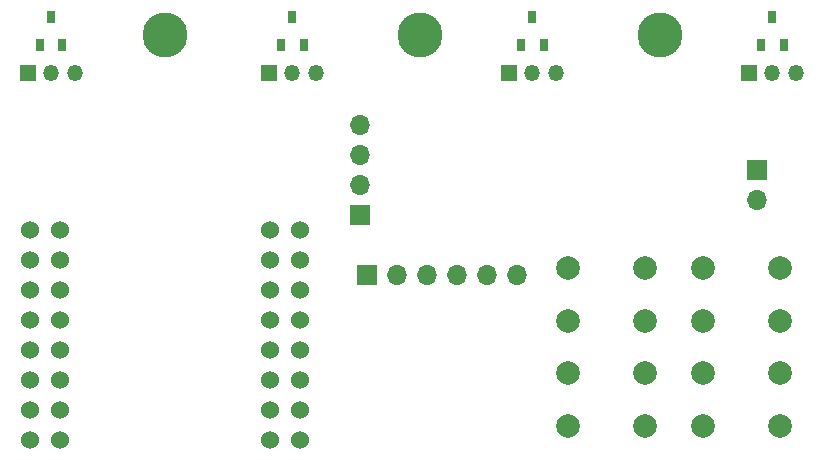
<source format=gbr>
%TF.GenerationSoftware,KiCad,Pcbnew,(6.0.7)*%
%TF.CreationDate,2023-02-03T07:15:45-06:00*%
%TF.ProjectId,LASK4,4c41534b-342e-46b6-9963-61645f706362,rev?*%
%TF.SameCoordinates,Original*%
%TF.FileFunction,Soldermask,Top*%
%TF.FilePolarity,Negative*%
%FSLAX46Y46*%
G04 Gerber Fmt 4.6, Leading zero omitted, Abs format (unit mm)*
G04 Created by KiCad (PCBNEW (6.0.7)) date 2023-02-03 07:15:45*
%MOMM*%
%LPD*%
G01*
G04 APERTURE LIST*
%ADD10C,3.800000*%
%ADD11R,1.350000X1.350000*%
%ADD12O,1.350000X1.350000*%
%ADD13C,2.000000*%
%ADD14R,1.700000X1.700000*%
%ADD15O,1.700000X1.700000*%
%ADD16R,0.700000X1.000000*%
%ADD17C,1.524000*%
G04 APERTURE END LIST*
D10*
%TO.C,H5*%
X168910000Y-76200000D03*
%TD*%
D11*
%TO.C,H4*%
X196755000Y-79375000D03*
D12*
X198755000Y-79375000D03*
X200755000Y-79375000D03*
%TD*%
D13*
%TO.C,Select1*%
X192890000Y-95940000D03*
X199390000Y-95940000D03*
X199390000Y-100440000D03*
X192890000Y-100440000D03*
%TD*%
D14*
%TO.C,S1*%
X163830000Y-91440000D03*
D15*
X163830000Y-88900000D03*
X163830000Y-86360000D03*
X163830000Y-83820000D03*
%TD*%
D11*
%TO.C,H2*%
X156115000Y-79375000D03*
D12*
X158115000Y-79375000D03*
X160115000Y-79375000D03*
%TD*%
D11*
%TO.C,H3*%
X176435000Y-79375000D03*
D12*
X178435000Y-79375000D03*
X180435000Y-79375000D03*
%TD*%
D13*
%TO.C,Up1*%
X187960000Y-95940000D03*
X181460000Y-95940000D03*
X187960000Y-100440000D03*
X181460000Y-100440000D03*
%TD*%
D16*
%TO.C,U1*%
X136718000Y-77076000D03*
X138618000Y-77076000D03*
X137668000Y-74676000D03*
%TD*%
D13*
%TO.C,Down1*%
X187960000Y-104775000D03*
X181460000Y-104775000D03*
X181460000Y-109275000D03*
X187960000Y-109275000D03*
%TD*%
D16*
%TO.C,U2*%
X157165000Y-77076000D03*
X159065000Y-77076000D03*
X158115000Y-74676000D03*
%TD*%
D10*
%TO.C,H7*%
X147320000Y-76200000D03*
%TD*%
%TO.C,H6*%
X189230000Y-76200000D03*
%TD*%
D16*
%TO.C,U4*%
X197805000Y-77076000D03*
X199705000Y-77076000D03*
X198755000Y-74676000D03*
%TD*%
%TO.C,U3*%
X177485000Y-77076000D03*
X179385000Y-77076000D03*
X178435000Y-74676000D03*
%TD*%
D13*
%TO.C,Start1*%
X199390000Y-104775000D03*
X192890000Y-104775000D03*
X199390000Y-109275000D03*
X192890000Y-109275000D03*
%TD*%
D11*
%TO.C,H1*%
X135700000Y-79375000D03*
D12*
X137700000Y-79375000D03*
X139700000Y-79375000D03*
%TD*%
D14*
%TO.C,U5*%
X164465000Y-96520000D03*
D15*
X167005000Y-96520000D03*
X169545000Y-96520000D03*
X172085000Y-96520000D03*
X174625000Y-96520000D03*
X177165000Y-96520000D03*
%TD*%
D17*
%TO.C,U6*%
X135890000Y-92710000D03*
X138430000Y-92710000D03*
X138430000Y-95250000D03*
X135890000Y-95250000D03*
X138430000Y-97790000D03*
X135890000Y-97790000D03*
X138430000Y-100330000D03*
X135890000Y-100330000D03*
X138430000Y-102870000D03*
X135890000Y-102870000D03*
X138430000Y-105410000D03*
X135890000Y-105410000D03*
X135890000Y-107950000D03*
X138430000Y-107950000D03*
X138430000Y-110490000D03*
X156210000Y-110490000D03*
X158750000Y-105410000D03*
X156210000Y-105410000D03*
X158750000Y-102870000D03*
X156210000Y-102870000D03*
X158750000Y-100330000D03*
X156210000Y-100330000D03*
X158750000Y-97790000D03*
X156210000Y-97790000D03*
X158750000Y-95250000D03*
X156210000Y-95250000D03*
X158750000Y-92710000D03*
X156210000Y-92710000D03*
X156210000Y-107950000D03*
X158750000Y-107950000D03*
X135890000Y-110490000D03*
X158750000Y-110490000D03*
%TD*%
D14*
%TO.C,J1*%
X197485000Y-87630000D03*
D15*
X197485000Y-90170000D03*
%TD*%
M02*

</source>
